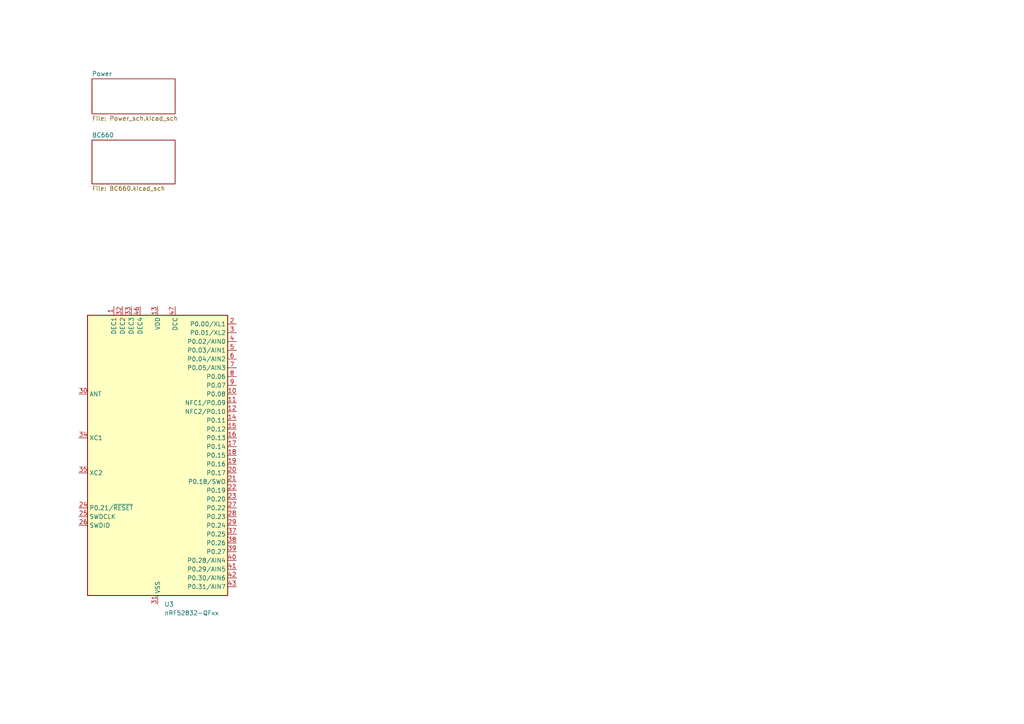
<source format=kicad_sch>
(kicad_sch (version 20230121) (generator eeschema)
  (paper "A4")
  (lib_symbols
    (symbol "MCU_Nordic:nRF52832-QFxx"
      (property "Reference" "U" (at 0 1.27 0))
      (property "Value" "nRF52832-QFxx" (at 0 -1.27 0))
      (symbol "nRF52832-QFxx_0_1"
        (rectangle (start -20.32 40.64) (end 20.32 -40.64) (stroke (width 0.254)) (fill (type background)))
      )
      (symbol "nRF52832-QFxx_1_1"
        (pin passive line (at -12.7 43.18 270) (length 2.54) (name "DEC1") (number "1"))
        (pin bidirectional line (at 22.86 17.78 180) (length 2.54) (name "P0.08") (number "10"))
        (pin bidirectional line (at 22.86 15.24 180) (length 2.54) (name "NFC1/P0.09") (number "11"))
        (pin bidirectional line (at 22.86 12.7 180) (length 2.54) (name "NFC2/P0.10") (number "12"))
        (pin power_in line (at 0 43.18 270) (length 2.54) (name "VDD") (number "13"))
        (pin bidirectional line (at 22.86 10.16 180) (length 2.54) (name "P0.11") (number "14"))
        (pin bidirectional line (at 22.86 7.62 180) (length 2.54) (name "P0.12") (number "15"))
        (pin bidirectional line (at 22.86 5.08 180) (length 2.54) (name "P0.13") (number "16"))
        (pin bidirectional line (at 22.86 2.54 180) (length 2.54) (name "P0.14") (number "17"))
        (pin bidirectional line (at 22.86 0 180) (length 2.54) (name "P0.15") (number "18"))
        (pin bidirectional line (at 22.86 -2.54 180) (length 2.54) (name "P0.16") (number "19"))
        (pin bidirectional line (at 22.86 38.1 180) (length 2.54) (name "P0.00/XL1") (number "2"))
        (pin bidirectional line (at 22.86 -5.08 180) (length 2.54) (name "P0.17") (number "20"))
        (pin bidirectional line (at 22.86 -7.62 180) (length 2.54) (name "P0.18/SWO") (number "21"))
        (pin bidirectional line (at 22.86 -10.16 180) (length 2.54) (name "P0.19") (number "22"))
        (pin bidirectional line (at 22.86 -12.7 180) (length 2.54) (name "P0.20") (number "23"))
        (pin bidirectional line (at -22.86 -15.24 0) (length 2.54) (name "P0.21/~{RESET}") (number "24"))
        (pin input line (at -22.86 -17.78 0) (length 2.54) (name "SWDCLK") (number "25"))
        (pin bidirectional line (at -22.86 -20.32 0) (length 2.54) (name "SWDIO") (number "26"))
        (pin bidirectional line (at 22.86 -15.24 180) (length 2.54) (name "P0.22") (number "27"))
        (pin bidirectional line (at 22.86 -17.78 180) (length 2.54) (name "P0.23") (number "28"))
        (pin bidirectional line (at 22.86 -20.32 180) (length 2.54) (name "P0.24") (number "29"))
        (pin bidirectional line (at 22.86 35.56 180) (length 2.54) (name "P0.01/XL2") (number "3"))
        (pin passive line (at -22.86 17.78 0) (length 2.54) (name "ANT") (number "30"))
        (pin power_in line (at 0 -43.18 90) (length 2.54) (name "VSS") (number "31"))
        (pin passive line (at -10.16 43.18 270) (length 2.54) (name "DEC2") (number "32"))
        (pin passive line (at -7.62 43.18 270) (length 2.54) (name "DEC3") (number "33"))
        (pin input line (at -22.86 5.08 0) (length 2.54) (name "XC1") (number "34"))
        (pin input line (at -22.86 -5.08 0) (length 2.54) (name "XC2") (number "35"))
        (pin passive line (at 0 43.18 270) (length 2.54) hide (name "VDD") (number "36"))
        (pin bidirectional line (at 22.86 -22.86 180) (length 2.54) (name "P0.25") (number "37"))
        (pin bidirectional line (at 22.86 -25.4 180) (length 2.54) (name "P0.26") (number "38"))
        (pin bidirectional line (at 22.86 -27.94 180) (length 2.54) (name "P0.27") (number "39"))
        (pin bidirectional line (at 22.86 33.02 180) (length 2.54) (name "P0.02/AIN0") (number "4"))
        (pin bidirectional line (at 22.86 -30.48 180) (length 2.54) (name "P0.28/AIN4") (number "40"))
        (pin bidirectional line (at 22.86 -33.02 180) (length 2.54) (name "P0.29/AIN5") (number "41"))
        (pin bidirectional line (at 22.86 -35.56 180) (length 2.54) (name "P0.30/AIN6") (number "42"))
        (pin bidirectional line (at 22.86 -38.1 180) (length 2.54) (name "P0.31/AIN7") (number "43"))
        (pin no_connect line (at -20.32 -30.48 0) (length 2.54) hide (name "NC") (number "44"))
        (pin passive line (at 0 -43.18 90) (length 2.54) hide (name "VSS") (number "45"))
        (pin passive line (at -5.08 43.18 270) (length 2.54) (name "DEC4") (number "46"))
        (pin power_out line (at 5.08 43.18 270) (length 2.54) (name "DCC") (number "47"))
        (pin passive line (at 0 43.18 270) (length 2.54) hide (name "VDD") (number "48"))
        (pin passive line (at 0 -43.18 90) (length 2.54) hide (name "VSS") (number "49"))
        (pin bidirectional line (at 22.86 30.48 180) (length 2.54) (name "P0.03/AIN1") (number "5"))
        (pin bidirectional line (at 22.86 27.94 180) (length 2.54) (name "P0.04/AIN2") (number "6"))
        (pin bidirectional line (at 22.86 25.4 180) (length 2.54) (name "P0.05/AIN3") (number "7"))
        (pin bidirectional line (at 22.86 22.86 180) (length 2.54) (name "P0.06") (number "8"))
        (pin bidirectional line (at 22.86 20.32 180) (length 2.54) (name "P0.07") (number "9"))
      )
    )
  )
  (symbol (lib_id "MCU_Nordic:nRF52832-QFxx") (at 45.72 132.08 0) (unit 1)
    (property "Reference" "U3" (at 47.6759 175.26 0) (effects (justify left)))
    (property "Value" "nRF52832-QFxx" (at 47.6759 177.8 0) (effects (justify left)))
    (property "Footprint" "Package_DFN_QFN:QFN-48-1EP_6x6mm_P0.4mm_EP4.6x4.6mm" (effects hide))
    (property "Datasheet" "http://infocenter.nordicsemi.com/pdf/nRF52832_PS_v1.4.pdf" (effects hide))
  )
  (sheet (at 26.67 22.86) (size 24.13 10.16) (stroke (width 0.1524))
    (property "Sheetname" "Power" (at 26.67 22.1484 0) (effects (justify left bottom)))
    (property "Sheetfile" "Power_sch.kicad_sch" (at 26.67 33.6046 0) (effects (justify left top)))
  )
  (sheet (at 26.67 40.64) (size 24.13 12.7) (stroke (width 0.1524))
    (property "Sheetname" "BC660" (at 26.67 39.9284 0) (effects (justify left bottom)))
    (property "Sheetfile" "BC660.kicad_sch" (at 26.67 53.9246 0) (effects (justify left top)))
  )
)
</source>
